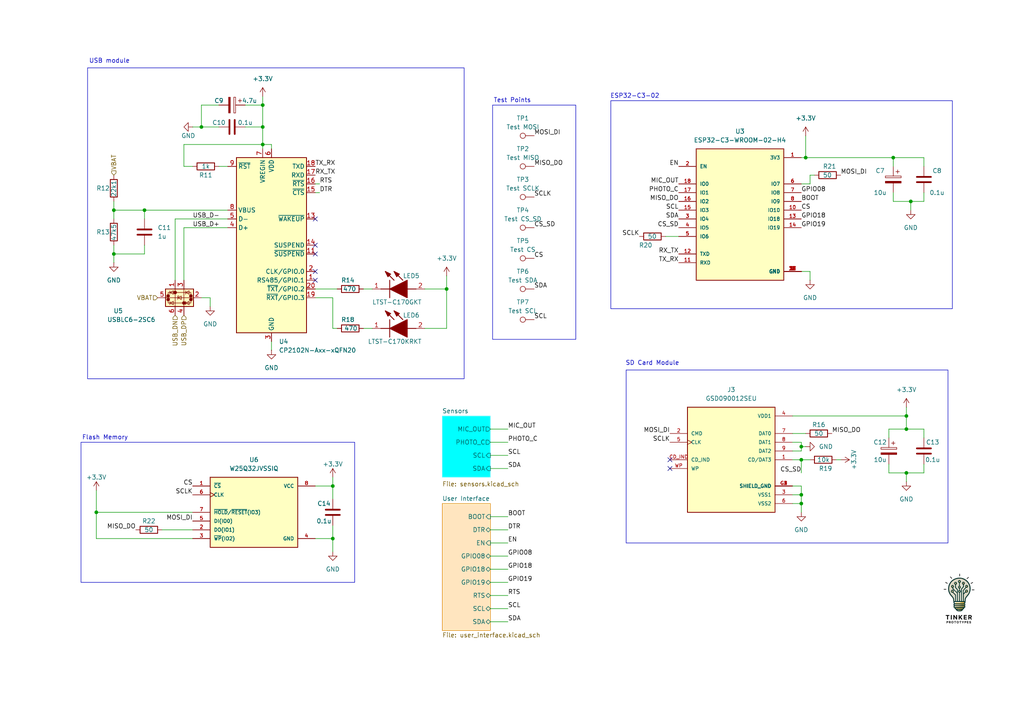
<source format=kicad_sch>
(kicad_sch (version 20250114) (generator "eeschema") (generator_version "9.0")
  (paper "A4")
  (title_block (title "ESP32 - USB Module - Flash Memory - SD Card") (date "2025-05-19") (rev "1") (company "Tinker Prototypes"))
  (lib_symbols
    (symbol "Connector:TestPoint" (pin_numbers (hide yes)) (pin_names (offset 0.762) (hide yes))
      (property "Reference" "TP" (at 0 6.858 0))
      (property "Value" "TestPoint" (at 0 5.08 0))
      (symbol "TestPoint_0_1"
        (circle (center 0 3.302) (radius 0.762))
      )
      (symbol "TestPoint_1_1"
        (pin passive line (at 0 0 90) (length 2.54) (name "1") (number "1"))
      )
    )
    (symbol "Device:C" (pin_numbers (hide yes)) (pin_names (offset 0.254))
      (property "Reference" "C" (at 0.635 2.54 0))
      (property "Value" "C" (at 0.635 -2.54 0))
      (symbol "C_0_1"
        (polyline (pts (xy -2.032 0.762) (xy 2.032 0.762)) (stroke (width 0.508)))
        (polyline (pts (xy -2.032 -0.762) (xy 2.032 -0.762)) (stroke (width 0.508)))
      )
      (symbol "C_1_1"
        (pin passive line (at 0 3.81 270) (length 2.794) (name "~") (number "1"))
        (pin passive line (at 0 -3.81 90) (length 2.794) (name "~") (number "2"))
      )
    )
    (symbol "Device:C_Polarized" (pin_numbers (hide yes)) (pin_names (offset 0.254))
      (property "Reference" "C" (at 0.635 2.54 0))
      (property "Value" "C_Polarized" (at 0.635 -2.54 0))
      (symbol "C_Polarized_0_1"
        (rectangle (start -2.286 0.508) (end 2.286 1.016))
        (polyline (pts (xy -1.778 2.286) (xy -0.762 2.286)))
        (polyline (pts (xy -1.27 2.794) (xy -1.27 1.778)))
        (rectangle (start 2.286 -0.508) (end -2.286 -1.016) (fill (type outline)))
      )
      (symbol "C_Polarized_1_1"
        (pin passive line (at 0 3.81 270) (length 2.794) (name "~") (number "1"))
        (pin passive line (at 0 -3.81 90) (length 2.794) (name "~") (number "2"))
      )
    )
    (symbol "Device:R" (pin_numbers (hide yes)) (pin_names (offset 0))
      (property "Reference" "R" (at 2.032 0 90))
      (property "Value" "R" (at 0 0 90))
      (symbol "R_0_1"
        (rectangle (start -1.016 -2.54) (end 1.016 2.54) (stroke (width 0.254)))
      )
      (symbol "R_1_1"
        (pin passive line (at 0 3.81 270) (length 1.27) (name "~") (number "1"))
        (pin passive line (at 0 -3.81 90) (length 1.27) (name "~") (number "2"))
      )
    )
    (symbol "ESP32-C3-WROOM-02-H4:ESP32-C3-WROOM-02-H4" (pin_names (offset 1.016))
      (property "Reference" "U" (at -12.7 21.082 0))
      (property "Value" "ESP32-C3-WROOM-02-H4" (at -12.7 -18.542 0))
      (symbol "ESP32-C3-WROOM-02-H4_0_0"
        (rectangle (start -12.7 -17.78) (end 12.7 20.32) (stroke (width 0.254)) (fill (type background)))
        (pin input line (at -17.78 15.24 0) (length 5.08) (name "EN") (number "2"))
        (pin bidirectional line (at -17.78 10.16 0) (length 5.08) (name "IO0") (number "18"))
        (pin bidirectional line (at -17.78 7.62 0) (length 5.08) (name "IO1") (number "17"))
        (pin bidirectional line (at -17.78 5.08 0) (length 5.08) (name "IO2") (number "16"))
        (pin bidirectional line (at -17.78 2.54 0) (length 5.08) (name "IO3") (number "15"))
        (pin bidirectional line (at -17.78 0 0) (length 5.08) (name "IO4") (number "3"))
        (pin bidirectional line (at -17.78 -2.54 0) (length 5.08) (name "IO5") (number "4"))
        (pin bidirectional line (at -17.78 -5.08 0) (length 5.08) (name "IO6") (number "5"))
        (pin bidirectional line (at -17.78 -10.16 0) (length 5.08) (name "TXD") (number "12"))
        (pin bidirectional line (at -17.78 -12.7 0) (length 5.08) (name "RXD") (number "11"))
        (pin power_in line (at 17.78 17.78 180) (length 5.08) (name "3V3") (number "1"))
        (pin bidirectional line (at 17.78 10.16 180) (length 5.08) (name "IO7") (number "6"))
        (pin bidirectional line (at 17.78 7.62 180) (length 5.08) (name "IO8") (number "7"))
        (pin bidirectional line (at 17.78 5.08 180) (length 5.08) (name "IO9") (number "8"))
        (pin bidirectional line (at 17.78 2.54 180) (length 5.08) (name "IO10") (number "10"))
        (pin bidirectional line (at 17.78 0 180) (length 5.08) (name "IO18") (number "13"))
        (pin bidirectional line (at 17.78 -2.54 180) (length 5.08) (name "IO19") (number "14"))
        (pin power_in line (at 17.78 -15.24 180) (length 5.08) (name "GND") (number "19"))
        (pin power_in line (at 17.78 -15.24 180) (length 5.08) (name "GND") (number "20"))
        (pin power_in line (at 17.78 -15.24 180) (length 5.08) (name "GND") (number "21"))
        (pin power_in line (at 17.78 -15.24 180) (length 5.08) (name "GND") (number "22"))
        (pin power_in line (at 17.78 -15.24 180) (length 5.08) (name "GND") (number "23"))
        (pin power_in line (at 17.78 -15.24 180) (length 5.08) (name "GND") (number "24"))
        (pin power_in line (at 17.78 -15.24 180) (length 5.08) (name "GND") (number "25"))
        (pin power_in line (at 17.78 -15.24 180) (length 5.08) (name "GND") (number "26"))
        (pin power_in line (at 17.78 -15.24 180) (length 5.08) (name "GND") (number "27"))
        (pin power_in line (at 17.78 -15.24 180) (length 5.08) (name "GND") (number "28"))
        (pin power_in line (at 17.78 -15.24 180) (length 5.08) (name "GND") (number "29"))
        (pin power_in line (at 17.78 -15.24 180) (length 5.08) (name "GND") (number "30"))
        (pin power_in line (at 17.78 -15.24 180) (length 5.08) (name "GND") (number "31"))
        (pin power_in line (at 17.78 -15.24 180) (length 5.08) (name "GND") (number "32"))
        (pin power_in line (at 17.78 -15.24 180) (length 5.08) (name "GND") (number "33"))
        (pin power_in line (at 17.78 -15.24 180) (length 5.08) (name "GND") (number "34"))
        (pin power_in line (at 17.78 -15.24 180) (length 5.08) (name "GND") (number "35"))
        (pin power_in line (at 17.78 -15.24 180) (length 5.08) (name "GND") (number "36"))
        (pin power_in line (at 17.78 -15.24 180) (length 5.08) (name "GND") (number "37"))
        (pin power_in line (at 17.78 -15.24 180) (length 5.08) (name "GND") (number "38"))
        (pin power_in line (at 17.78 -15.24 180) (length 5.08) (name "GND") (number "39"))
        (pin power_in line (at 17.78 -15.24 180) (length 5.08) (name "GND") (number "9"))
      )
    )
    (symbol "GSD090012SEU:GSD090012SEU" (pin_names (offset 1.016))
      (property "Reference" "J" (at -12.7 16.002 0))
      (property "Value" "GSD090012SEU" (at -12.7 -17.78 0))
      (symbol "GSD090012SEU_0_0"
        (rectangle (start -12.7 -15.24) (end 12.7 15.24) (stroke (width 0.254)) (fill (type background)))
        (pin bidirectional line (at -17.78 7.62 0) (length 5.08) (name "CMD") (number "2"))
        (pin bidirectional clock (at -17.78 5.08 0) (length 5.08) (name "CLK") (number "5"))
        (pin passive line (at -17.78 0 0) (length 5.08) (name "CD_IND") (number "CD_IND"))
        (pin passive line (at -17.78 -2.54 0) (length 5.08) (name "WP") (number "WP"))
        (pin power_in line (at 17.78 12.7 180) (length 5.08) (name "VDD1") (number "4"))
        (pin bidirectional line (at 17.78 7.62 180) (length 5.08) (name "DAT0") (number "7"))
        (pin bidirectional line (at 17.78 5.08 180) (length 5.08) (name "DAT1") (number "8"))
        (pin bidirectional line (at 17.78 2.54 180) (length 5.08) (name "DAT2") (number "9"))
        (pin bidirectional line (at 17.78 0 180) (length 5.08) (name "CD/DAT3") (number "1"))
        (pin power_in line (at 17.78 -7.62 180) (length 5.08) (name "SHIELD_GND") (number "G1"))
        (pin power_in line (at 17.78 -7.62 180) (length 5.08) (name "SHIELD_GND") (number "G2"))
        (pin power_in line (at 17.78 -7.62 180) (length 5.08) (name "SHIELD_GND") (number "G3"))
        (pin power_in line (at 17.78 -7.62 180) (length 5.08) (name "SHIELD_GND") (number "G4"))
        (pin power_in line (at 17.78 -10.16 180) (length 5.08) (name "VSS1") (number "3"))
        (pin power_in line (at 17.78 -12.7 180) (length 5.08) (name "VSS2") (number "6"))
      )
    )
    (symbol "Interface_USB:CP2102N-Axx-xQFN20"
      (property "Reference" "U" (at -8.89 26.67 0))
      (property "Value" "CP2102N-Axx-xQFN20" (at 12.7 26.67 0))
      (symbol "CP2102N-Axx-xQFN20_0_1"
        (rectangle (start -10.16 25.4) (end 10.16 -25.4) (stroke (width 0.254)) (fill (type background)))
      )
      (symbol "CP2102N-Axx-xQFN20_1_1"
        (pin input line (at -12.7 22.86 0) (length 2.54) (name "~{RST}") (number "9"))
        (pin input line (at -12.7 10.16 0) (length 2.54) (name "VBUS") (number "8"))
        (pin bidirectional line (at -12.7 7.62 0) (length 2.54) (name "D-") (number "5"))
        (pin bidirectional line (at -12.7 5.08 0) (length 2.54) (name "D+") (number "4"))
        (pin no_connect line (at -10.16 -22.86 0) (length 2.54) (hide yes) (name "NC") (number "10"))
        (pin power_in line (at -2.54 27.94 270) (length 2.54) (name "VREGIN") (number "7"))
        (pin power_in line (at 0 27.94 270) (length 2.54) (name "VDD") (number "6"))
        (pin passive line (at 0 -27.94 90) (length 2.54) (hide yes) (name "GND") (number "12"))
        (pin passive line (at 0 -27.94 90) (length 2.54) (hide yes) (name "GND") (number "21"))
        (pin power_in line (at 0 -27.94 90) (length 2.54) (name "GND") (number "3"))
        (pin output line (at 12.7 22.86 180) (length 2.54) (name "TXD") (number "18"))
        (pin input line (at 12.7 20.32 180) (length 2.54) (name "RXD") (number "17"))
        (pin output line (at 12.7 17.78 180) (length 2.54) (name "~{RTS}") (number "16"))
        (pin input line (at 12.7 15.24 180) (length 2.54) (name "~{CTS}") (number "15"))
        (pin input line (at 12.7 7.62 180) (length 2.54) (name "~{WAKEUP}") (number "13"))
        (pin output line (at 12.7 0 180) (length 2.54) (name "SUSPEND") (number "14"))
        (pin output line (at 12.7 -2.54 180) (length 2.54) (name "~{SUSPEND}") (number "11"))
        (pin bidirectional line (at 12.7 -7.62 180) (length 2.54) (name "CLK/GPIO.0") (number "2"))
        (pin bidirectional line (at 12.7 -10.16 180) (length 2.54) (name "RS485/GPIO.1") (number "1"))
        (pin bidirectional line (at 12.7 -12.7 180) (length 2.54) (name "~{TXT}/GPIO.2") (number "20"))
        (pin bidirectional line (at 12.7 -15.24 180) (length 2.54) (name "~{RXT}/GPIO.3") (number "19"))
      )
    )
    (symbol "LTST-C170GKT:LTST-C170GKT" (pin_names (hide yes))
      (property "Reference" "LED" (at 12.7 8.89 0))
      (property "Value" "LTST-C170GKT" (at 12.7 6.35 0))
      (symbol "LTST-C170GKT_1_1"
        (polyline (pts (xy 2.54 0) (xy 5.08 0)) (stroke (width 0.254)))
        (polyline (pts (xy 5.08 2.54) (xy 5.08 -2.54)) (stroke (width 0.254)))
        (polyline (pts (xy 5.08 0) (xy 10.16 2.54) (xy 10.16 -2.54) (xy 5.08 0)) (stroke (width 0.254)) (fill (type outline)))
        (polyline (pts (xy 5.334 4.318) (xy 4.572 3.556) (xy 3.81 5.08) (xy 5.334 4.318)) (stroke (width 0.254)) (fill (type outline)))
        (polyline (pts (xy 6.35 2.54) (xy 3.81 5.08)) (stroke (width 0.254)))
        (polyline (pts (xy 7.874 4.318) (xy 7.112 3.556) (xy 6.35 5.08) (xy 7.874 4.318)) (stroke (width 0.254)) (fill (type outline)))
        (polyline (pts (xy 8.89 2.54) (xy 6.35 5.08)) (stroke (width 0.254)))
        (polyline (pts (xy 10.16 0) (xy 12.7 0)) (stroke (width 0.254)))
        (pin passive line (at 0 0 0) (length 2.54) (name "K") (number "1"))
        (pin passive line (at 15.24 0 180) (length 2.54) (name "A") (number "2"))
      )
    )
    (symbol "LTST-C170KRKT:LTST-C170KRKT" (pin_names (hide yes))
      (property "Reference" "LED" (at 12.7 8.89 0))
      (property "Value" "LTST-C170KRKT" (at 12.7 6.35 0))
      (symbol "LTST-C170KRKT_1_1"
        (polyline (pts (xy 2.54 0) (xy 5.08 0)) (stroke (width 0.254)))
        (polyline (pts (xy 5.08 2.54) (xy 5.08 -2.54)) (stroke (width 0.254)))
        (polyline (pts (xy 5.08 0) (xy 10.16 2.54) (xy 10.16 -2.54) (xy 5.08 0)) (stroke (width 0.254)) (fill (type outline)))
        (polyline (pts (xy 5.334 4.318) (xy 4.572 3.556) (xy 3.81 5.08) (xy 5.334 4.318)) (stroke (width 0.254)) (fill (type outline)))
        (polyline (pts (xy 6.35 2.54) (xy 3.81 5.08)) (stroke (width 0.254)))
        (polyline (pts (xy 7.874 4.318) (xy 7.112 3.556) (xy 6.35 5.08) (xy 7.874 4.318)) (stroke (width 0.254)) (fill (type outline)))
        (polyline (pts (xy 8.89 2.54) (xy 6.35 5.08)) (stroke (width 0.254)))
        (polyline (pts (xy 10.16 0) (xy 12.7 0)) (stroke (width 0.254)))
        (pin passive line (at 0 0 0) (length 2.54) (name "K") (number "1"))
        (pin passive line (at 15.24 0 180) (length 2.54) (name "A") (number "2"))
      )
    )
    (symbol "Power_Protection:USBLC6-2SC6" (pin_names (hide yes))
      (property "Reference" "U" (at 0.635 5.715 0))
      (property "Value" "USBLC6-2SC6" (at 0.635 3.81 0))
      (symbol "USBLC6-2SC6_0_0"
        (circle (center -1.524 0) (radius 0.0001) (stroke (width 0.508)))
        (circle (center -0.508 2.032) (radius 0.0001) (stroke (width 0.508)))
        (circle (center -0.508 -4.572) (radius 0.0001) (stroke (width 0.508)))
        (circle (center 0.508 2.032) (radius 0.0001) (stroke (width 0.508)))
        (circle (center 0.508 -4.572) (radius 0.0001) (stroke (width 0.508)))
        (circle (center 1.524 -2.54) (radius 0.0001) (stroke (width 0.508)))
      )
      (symbol "USBLC6-2SC6_0_1"
        (polyline (pts (xy -2.54 0) (xy 2.54 0)))
        (polyline (pts (xy -2.54 -2.54) (xy 2.54 -2.54)))
        (polyline (pts (xy -2.032 0.508) (xy -1.016 0.508) (xy -1.524 1.524) (xy -2.032 0.508)))
        (polyline (pts (xy -2.032 -3.048) (xy -1.016 -3.048)))
        (polyline (pts (xy -1.016 1.524) (xy -2.032 1.524)))
        (polyline (pts (xy -1.016 -4.064) (xy -2.032 -4.064) (xy -1.524 -3.048) (xy -1.016 -4.064)))
        (polyline (pts (xy -0.508 -1.143) (xy -0.508 -0.762) (xy 0.508 -0.762)))
        (polyline (pts (xy 0 2.54) (xy -0.508 2.032) (xy 0.508 2.032) (xy 0 1.524) (xy 0 -4.064) (xy -0.508 -4.572) (xy 0.508 -4.572) (xy 0 -5.08)))
        (polyline (pts (xy 0.508 -1.778) (xy -0.508 -1.778) (xy 0 -0.762) (xy 0.508 -1.778)))
        (polyline (pts (xy 1.016 1.524) (xy 2.032 1.524)))
        (polyline (pts (xy 1.016 -3.048) (xy 2.032 -3.048)))
        (polyline (pts (xy 2.032 0.508) (xy 1.016 0.508) (xy 1.524 1.524) (xy 2.032 0.508)))
        (polyline (pts (xy 2.032 -4.064) (xy 1.016 -4.064) (xy 1.524 -3.048) (xy 2.032 -4.064)))
      )
      (symbol "USBLC6-2SC6_1_1"
        (rectangle (start -2.54 2.794) (end 2.54 -5.334) (stroke (width 0.254)) (fill (type background)))
        (polyline (pts (xy -0.508 2.032) (xy -1.524 2.032) (xy -1.524 -4.572) (xy -0.508 -4.572)))
        (polyline (pts (xy 0.508 -4.572) (xy 1.524 -4.572) (xy 1.524 2.032) (xy 0.508 2.032)))
        (pin passive line (at -5.08 0 0) (length 2.54) (name "I/O1") (number "1"))
        (pin passive line (at -5.08 -2.54 0) (length 2.54) (name "I/O2") (number "3"))
        (pin passive line (at 0 5.08 270) (length 2.54) (name "VBUS") (number "5"))
        (pin passive line (at 0 -7.62 90) (length 2.54) (name "GND") (number "2"))
        (pin passive line (at 5.08 0 180) (length 2.54) (name "I/O1") (number "6"))
        (pin passive line (at 5.08 -2.54 180) (length 2.54) (name "I/O2") (number "4"))
      )
    )
    (symbol "W25Q32JVSSIQ:W25Q32JVSSIQ" (pin_names (offset 1.016))
      (property "Reference" "U" (at -12.4723 10.945 0))
      (property "Value" "W25Q32JVSSIQ" (at -12.4744 -12.2198 0))
      (symbol "W25Q32JVSSIQ_0_0"
        (rectangle (start -12.7 -10.16) (end 12.7 10.16) (stroke (width 0.254)) (fill (type background)))
        (pin input line (at -17.78 7.62 0) (length 5.08) (name "~{CS}") (number "1"))
        (pin input clock (at -17.78 5.08 0) (length 5.08) (name "CLK") (number "6"))
        (pin bidirectional line (at -17.78 0 0) (length 5.08) (name "~{HOLD}/~{RESET}(IO3)") (number "7"))
        (pin bidirectional line (at -17.78 -2.54 0) (length 5.08) (name "DI(IO0)") (number "5"))
        (pin bidirectional line (at -17.78 -5.08 0) (length 5.08) (name "DO(IO1)") (number "2"))
        (pin bidirectional line (at -17.78 -7.62 0) (length 5.08) (name "~{WP}(IO2)") (number "3"))
        (pin power_in line (at 17.78 7.62 180) (length 5.08) (name "VCC") (number "8"))
        (pin power_in line (at 17.78 -7.62 180) (length 5.08) (name "GND") (number "4"))
      )
    )
    (symbol "power:+3.3V" (power) (pin_numbers (hide yes)) (pin_names (offset 0) (hide yes))
      (property "Value" "+3.3V" (at 0 3.556 0))
      (symbol "+3.3V_0_1"
        (polyline (pts (xy -0.762 1.27) (xy 0 2.54)))
        (polyline (pts (xy 0 2.54) (xy 0.762 1.27)))
        (polyline (pts (xy 0 0) (xy 0 2.54)))
      )
      (symbol "+3.3V_1_1"
        (pin power_in line (at 0 0 90) (length 0) (name "~") (number "1"))
      )
    )
    (symbol "power:GND" (power) (pin_numbers (hide yes)) (pin_names (offset 0) (hide yes))
      (property "Value" "GND" (at 0 -3.81 0))
      (symbol "GND_0_1"
        (polyline (pts (xy 0 0) (xy 0 -1.27) (xy 1.27 -1.27) (xy 0 -2.54) (xy -1.27 -1.27) (xy 0 -1.27)))
      )
      (symbol "GND_1_1"
        (pin power_in line (at 0 0 270) (length 0) (name "~") (number "1"))
      )
    )
  )
  (rectangle (start 142.875 30.48) (end 167.005 98.425))
  (rectangle (start 181.61 107.315) (end 274.955 157.48))
  (rectangle (start 25.4 19.685) (end 134.62 109.855))
  (rectangle (start 177.165 29.21) (end 276.225 89.535))
  (rectangle (start 23.495 128.27) (end 102.87 168.91))
  (text "Flash Memory" (at 30.48 127 0) (effects (font (size 1.27 1.27))))
  (text "USB module" (at 31.75 17.78 0) (effects (font (size 1.27 1.27))))
  (text "SD Card Module" (at 189.23 105.41 0) (effects (font (size 1.27 1.27))))
  (text "Test Points" (at 148.59 29.21 0) (effects (font (size 1.27 1.27))))
  (text "ESP32-C3-02" (at 184.15 27.94 0) (effects (font (size 1.27 1.27))))
  (junction (at 264.16 58.42))
  (junction (at 233.68 45.72))
  (junction (at 96.52 156.21))
  (junction (at 33.02 60.96))
  (junction (at 232.41 133.35))
  (junction (at 262.89 120.65))
  (junction (at 33.02 73.66))
  (junction (at 232.41 146.05))
  (junction (at 41.91 60.96))
  (junction (at 96.52 140.97))
  (junction (at 76.2 30.48))
  (junction (at 262.89 124.46))
  (junction (at 76.2 41.91))
  (junction (at 27.94 148.59))
  (junction (at 76.2 36.83))
  (junction (at 58.42 36.83))
  (junction (at 262.89 137.16))
  (junction (at 259.08 45.72))
  (junction (at 232.41 129.54))
  (junction (at 232.41 143.51))
  (junction (at 129.54 83.82))
  (no_connect (at 194.31 133.35))
  (no_connect (at 91.44 63.5))
  (no_connect (at 91.44 78.74))
  (no_connect (at 91.44 81.28))
  (no_connect (at 91.44 73.66))
  (no_connect (at 91.44 71.12))
  (no_connect (at 194.31 135.89))
  (wire (pts (xy 257.81 134.62) (xy 257.81 137.16)))
  (wire (pts (xy 123.19 95.25) (xy 129.54 95.25)))
  (wire (pts (xy 96.52 95.25) (xy 97.79 95.25)))
  (wire (pts (xy 55.88 36.83) (xy 58.42 36.83)))
  (wire (pts (xy 41.91 63.5) (xy 41.91 60.96)))
  (wire (pts (xy 267.97 124.46) (xy 262.89 124.46)))
  (wire (pts (xy 229.87 140.97) (xy 232.41 140.97)))
  (wire (pts (xy 50.8 63.5) (xy 66.04 63.5)))
  (wire (pts (xy 229.87 133.35) (xy 232.41 133.35)))
  (wire (pts (xy 92.71 55.88) (xy 91.44 55.88)))
  (wire (pts (xy 71.12 36.83) (xy 76.2 36.83)))
  (wire (pts (xy 142.24 153.67) (xy 147.32 153.67)))
  (wire (pts (xy 259.08 45.72) (xy 259.08 48.26)))
  (wire (pts (xy 76.2 41.91) (xy 53.34 41.91)))
  (wire (pts (xy 262.89 120.65) (xy 262.89 124.46)))
  (wire (pts (xy 78.74 43.18) (xy 78.74 41.91)))
  (wire (pts (xy 264.16 58.42) (xy 264.16 60.96)))
  (wire (pts (xy 259.08 58.42) (xy 264.16 58.42)))
  (wire (pts (xy 76.2 41.91) (xy 76.2 43.18)))
  (wire (pts (xy 129.54 80.01) (xy 129.54 83.82)))
  (wire (pts (xy 267.97 55.88) (xy 267.97 58.42)))
  (wire (pts (xy 92.71 53.34) (xy 91.44 53.34)))
  (wire (pts (xy 71.12 30.48) (xy 76.2 30.48)))
  (wire (pts (xy 96.52 156.21) (xy 96.52 152.4)))
  (wire (pts (xy 229.87 125.73) (xy 233.68 125.73)))
  (wire (pts (xy 232.41 130.81) (xy 229.87 130.81)))
  (wire (pts (xy 41.91 60.96) (xy 66.04 60.96)))
  (wire (pts (xy 262.89 124.46) (xy 257.81 124.46)))
  (wire (pts (xy 96.52 140.97) (xy 96.52 144.78)))
  (wire (pts (xy 232.41 45.72) (xy 233.68 45.72)))
  (wire (pts (xy 232.41 129.54) (xy 233.68 129.54)))
  (wire (pts (xy 267.97 134.62) (xy 267.97 137.16)))
  (wire (pts (xy 53.34 41.91) (xy 53.34 48.26)))
  (wire (pts (xy 259.08 55.88) (xy 259.08 58.42)))
  (wire (pts (xy 142.24 157.48) (xy 147.32 157.48)))
  (wire (pts (xy 63.5 48.26) (xy 66.04 48.26)))
  (wire (pts (xy 46.99 153.67) (xy 55.88 153.67)))
  (wire (pts (xy 262.89 118.11) (xy 262.89 120.65)))
  (wire (pts (xy 267.97 48.26) (xy 267.97 45.72)))
  (wire (pts (xy 234.95 53.34) (xy 234.95 50.8)))
  (wire (pts (xy 53.34 48.26) (xy 55.88 48.26)))
  (wire (pts (xy 41.91 73.66) (xy 33.02 73.66)))
  (wire (pts (xy 58.42 30.48) (xy 58.42 36.83)))
  (wire (pts (xy 105.41 83.82) (xy 107.95 83.82)))
  (wire (pts (xy 105.41 95.25) (xy 107.95 95.25)))
  (wire (pts (xy 267.97 124.46) (xy 267.97 127)))
  (wire (pts (xy 78.74 99.06) (xy 78.74 101.6)))
  (wire (pts (xy 33.02 71.12) (xy 33.02 73.66)))
  (wire (pts (xy 142.24 161.29) (xy 147.32 161.29)))
  (wire (pts (xy 55.88 148.59) (xy 27.94 148.59)))
  (wire (pts (xy 267.97 137.16) (xy 262.89 137.16)))
  (wire (pts (xy 53.34 66.04) (xy 66.04 66.04)))
  (wire (pts (xy 232.41 129.54) (xy 232.41 130.81)))
  (wire (pts (xy 262.89 137.16) (xy 257.81 137.16)))
  (wire (pts (xy 63.5 30.48) (xy 58.42 30.48)))
  (wire (pts (xy 96.52 156.21) (xy 96.52 160.02)))
  (wire (pts (xy 243.84 133.35) (xy 242.57 133.35)))
  (wire (pts (xy 259.08 45.72) (xy 233.68 45.72)))
  (wire (pts (xy 91.44 83.82) (xy 97.79 83.82)))
  (wire (pts (xy 96.52 86.36) (xy 96.52 95.25)))
  (wire (pts (xy 232.41 53.34) (xy 234.95 53.34)))
  (wire (pts (xy 53.34 81.28) (xy 53.34 66.04)))
  (wire (pts (xy 60.96 86.36) (xy 60.96 88.9)))
  (wire (pts (xy 27.94 148.59) (xy 27.94 142.24)))
  (wire (pts (xy 232.41 78.74) (xy 234.95 78.74)))
  (wire (pts (xy 233.68 39.37) (xy 233.68 45.72)))
  (wire (pts (xy 142.24 180.34) (xy 147.32 180.34)))
  (wire (pts (xy 33.02 60.96) (xy 41.91 60.96)))
  (wire (pts (xy 262.89 139.7) (xy 262.89 137.16)))
  (wire (pts (xy 232.41 140.97) (xy 232.41 143.51)))
  (wire (pts (xy 50.8 81.28) (xy 50.8 63.5)))
  (wire (pts (xy 91.44 156.21) (xy 96.52 156.21)))
  (wire (pts (xy 142.24 176.53) (xy 147.32 176.53)))
  (wire (pts (xy 33.02 60.96) (xy 33.02 63.5)))
  (wire (pts (xy 78.74 41.91) (xy 76.2 41.91)))
  (wire (pts (xy 76.2 27.94) (xy 76.2 30.48)))
  (wire (pts (xy 229.87 146.05) (xy 232.41 146.05)))
  (wire (pts (xy 96.52 138.43) (xy 96.52 140.97)))
  (wire (pts (xy 232.41 143.51) (xy 232.41 146.05)))
  (wire (pts (xy 234.95 78.74) (xy 234.95 81.28)))
  (wire (pts (xy 232.41 133.35) (xy 234.95 133.35)))
  (wire (pts (xy 41.91 71.12) (xy 41.91 73.66)))
  (wire (pts (xy 123.19 83.82) (xy 129.54 83.82)))
  (wire (pts (xy 142.24 172.72) (xy 147.32 172.72)))
  (wire (pts (xy 142.24 135.89) (xy 147.32 135.89)))
  (wire (pts (xy 232.41 128.27) (xy 232.41 129.54)))
  (wire (pts (xy 58.42 86.36) (xy 60.96 86.36)))
  (wire (pts (xy 142.24 128.27) (xy 147.32 128.27)))
  (wire (pts (xy 232.41 133.35) (xy 232.41 137.16)))
  (wire (pts (xy 58.42 36.83) (xy 63.5 36.83)))
  (wire (pts (xy 142.24 124.46) (xy 147.32 124.46)))
  (wire (pts (xy 33.02 73.66) (xy 33.02 76.2)))
  (wire (pts (xy 229.87 128.27) (xy 232.41 128.27)))
  (wire (pts (xy 257.81 127) (xy 257.81 124.46)))
  (wire (pts (xy 33.02 58.42) (xy 33.02 60.96)))
  (wire (pts (xy 264.16 58.42) (xy 267.97 58.42)))
  (wire (pts (xy 232.41 146.05) (xy 232.41 148.59)))
  (wire (pts (xy 55.88 156.21) (xy 27.94 156.21)))
  (wire (pts (xy 76.2 30.48) (xy 76.2 36.83)))
  (wire (pts (xy 91.44 86.36) (xy 96.52 86.36)))
  (wire (pts (xy 229.87 143.51) (xy 232.41 143.51)))
  (wire (pts (xy 229.87 120.65) (xy 262.89 120.65)))
  (wire (pts (xy 142.24 168.91) (xy 147.32 168.91)))
  (wire (pts (xy 142.24 165.1) (xy 147.32 165.1)))
  (wire (pts (xy 91.44 140.97) (xy 96.52 140.97)))
  (wire (pts (xy 76.2 36.83) (xy 76.2 41.91)))
  (wire (pts (xy 142.24 149.86) (xy 147.32 149.86)))
  (wire (pts (xy 267.97 45.72) (xy 259.08 45.72)))
  (wire (pts (xy 27.94 156.21) (xy 27.94 148.59)))
  (wire (pts (xy 234.95 50.8) (xy 236.22 50.8)))
  (wire (pts (xy 193.04 68.58) (xy 196.85 68.58)))
  (wire (pts (xy 129.54 83.82) (xy 129.54 95.25)))
  (wire (pts (xy 142.24 132.08) (xy 147.32 132.08)))
  (image (at 278.0812 174.9142) (scale 0.0521171))
  (label "MOSI_DI" (at 243.84 50.8 0))
  (label "MOSI_DI" (at 55.88 151.13 180))
  (label "GPIO18" (at 147.32 165.1 0))
  (label "GPIO08" (at 147.32 161.29 0))
  (label "SDA" (at 147.32 135.89 0))
  (label "SCLK" (at 194.31 128.27 180))
  (label "SCL" (at 154.94 92.71 0))
  (label "CS_SD" (at 196.85 66.04 180))
  (label "MISO_DO" (at 196.85 58.42 180))
  (label "USB_D+" (at 55.88 66.04 0))
  (label "SCLK" (at 154.94 57.15 0))
  (label "RX_TX" (at 196.85 73.66 180))
  (label "SCL" (at 196.85 60.96 180))
  (label "CS_SD" (at 154.94 66.04 0))
  (label "SCLK" (at 55.88 143.51 180))
  (label "BOOT" (at 232.41 58.42 0))
  (label "MISO_DO" (at 154.94 48.26 0))
  (label "PHOTO_C" (at 147.32 128.27 0))
  (label "MIC_OUT" (at 147.32 124.46 0))
  (label "SDA" (at 154.94 83.82 0))
  (label "GPIO19" (at 232.41 66.04 0))
  (label "GPIO08" (at 232.41 55.88 0))
  (label "GPIO19" (at 147.32 168.91 0))
  (label "TX_RX" (at 91.44 48.26 0))
  (label "MIC_OUT" (at 196.85 53.34 180))
  (label "CS" (at 55.88 140.97 180))
  (label "MOSI_DI" (at 154.94 39.37 0))
  (label "SCL" (at 147.32 176.53 0))
  (label "BOOT" (at 147.32 149.86 0))
  (label "RX_TX" (at 91.44 50.8 0))
  (label "SDA" (at 147.32 180.34 0))
  (label "MISO_DO" (at 39.37 153.67 180))
  (label "USB_D-" (at 55.88 63.5 0))
  (label "MISO_DO" (at 241.3 125.73 0))
  (label "GPIO18" (at 232.41 63.5 0))
  (label "PHOTO_C" (at 196.85 55.88 180))
  (label "CS_SD" (at 232.41 137.16 180))
  (label "TX_RX" (at 196.85 76.2 180))
  (label "RTS" (at 147.32 172.72 0))
  (label "CS" (at 154.94 74.93 0))
  (label "EN" (at 196.85 48.26 180))
  (label "SCLK" (at 185.42 68.58 180))
  (label "EN" (at 147.32 157.48 0))
  (label "DTR" (at 92.71 55.88 0))
  (label "DTR" (at 147.32 153.67 0))
  (label "SDA" (at 196.85 63.5 180))
  (label "MOSI_DI" (at 194.31 125.73 180))
  (label "RTS" (at 92.71 53.34 0))
  (label "CS" (at 232.41 60.96 0))
  (label "SCL" (at 147.32 132.08 0))
  (hierarchical_label "VBAT" (shape input) (at 33.02 50.8 90))
  (hierarchical_label "USB_DP" (shape input) (at 53.34 91.44 270))
  (hierarchical_label "USB_DN" (shape input) (at 50.8 91.44 270))
  (hierarchical_label "VBAT" (shape input) (at 45.72 86.36 180))
  (symbol (lib_id "Device:R") (at 59.69 48.26 90) (unit 1)
    (property "Reference" "R11" (at 59.69 50.8 90))
    (property "Value" "1k" (at 59.69 48.26 90))
    (property "Footprint" "Resistor_SMD:R_0805_2012Metric_Pad1.20x1.40mm_HandSolder" (effects (hide yes)))
    (property "Description" "Resistor" (effects (hide yes)))
  )
  (symbol (lib_id "power:GND") (at 96.52 160.02 0) (unit 1)
    (property "Reference" "#PWR039" (effects (hide yes)))
    (property "Value" "GND" (at 96.52 165.1 0))
    (property "Description" "Power symbol creates a global label with name \"GND\" , ground" (effects (hide yes)))
  )
  (symbol (lib_id "Device:R") (at 33.02 54.61 180) (unit 1)
    (property "Reference" "R12" (at 27.94 54.61 0) (effects (justify right)))
    (property "Value" "22k1" (at 33.02 57.15 90) (effects (justify right)))
    (property "Footprint" "Resistor_SMD:R_0805_2012Metric_Pad1.20x1.40mm_HandSolder" (effects (hide yes)))
    (property "Description" "Resistor" (effects (hide yes)))
  )
  (symbol (lib_id "Connector:TestPoint") (at 154.94 66.04 90) (unit 1)
    (property "Reference" "TP4" (at 151.638 60.96 90))
    (property "Value" "Test CS_SD" (at 151.638 63.5 90))
    (property "Footprint" "TestPoint:TestPoint_Pad_1.0x1.0mm" (effects (hide yes)))
    (property "Description" "test point" (effects (hide yes)))
  )
  (symbol (lib_id "LTST-C170KRKT:LTST-C170KRKT") (at 107.95 95.25 0) (unit 1)
    (property "Reference" "LED6" (at 116.84 91.44 0) (effects (justify left)))
    (property "Value" "LTST-C170KRKT" (at 106.68 99.06 0) (effects (justify left)))
    (property "Footprint" "ESP32 Project Libraries:LEDC2012X120N" (effects (hide yes)))
    (property "Datasheet" "https://componentsearchengine.com/Datasheets/1/LTST-C170KRKT.pdf" (effects (hide yes)))
    (property "Description" "Standard LEDs - SMD Red Clear 631nm" (effects (hide yes)))
    (property "Height" "1.2" (effects (hide yes)))
    (property "Manufacturer_Name" "Lite-On" (effects (hide yes)))
    (property "Manufacturer_Part_Number" "LTST-C170KRKT" (effects (hide yes)))
    (property "Mouser Part Number" "859-LTST-C170KRKT" (effects (hide yes)))
    (property "Mouser Price/Stock" "https://www.mouser.co.uk/ProductDetail/Lite-On/LTST-C170KRKT?qs=NUb82WqeCyrVOID%2Fxt4rgA%3D%3D" (effects (hide yes)))
    (property "Arrow Part Number" "LTST-C170KRKT" (effects (hide yes)))
    (property "Arrow Price/Stock" "https://www.arrow.com/en/products/ltst-c170krkt/lite-on-technology?utm_currency=USD&region=nac" (effects (hide yes)))
  )
  (symbol (lib_id "power:+3.3V") (at 76.2 27.94 0) (unit 1)
    (property "Reference" "#PWR029" (effects (hide yes)))
    (property "Value" "+3.3V" (at 76.2 22.86 0))
    (property "Description" "Power symbol creates a global label with name \"+3.3V\"" (effects (hide yes)))
  )
  (symbol (lib_id "Connector:TestPoint") (at 154.94 48.26 90) (unit 1)
    (property "Reference" "TP2" (at 151.638 43.18 90))
    (property "Value" "Test MISO" (at 151.638 45.72 90))
    (property "Footprint" "TestPoint:TestPoint_Pad_1.0x1.0mm" (effects (hide yes)))
    (property "Description" "test point" (effects (hide yes)))
  )
  (symbol (lib_id "power:+3.3V") (at 129.54 80.01 0) (unit 1)
    (property "Reference" "#PWR030" (effects (hide yes)))
    (property "Value" "+3.3V" (at 129.54 74.93 0))
    (property "Description" "Power symbol creates a global label with name \"+3.3V\"" (effects (hide yes)))
  )
  (symbol (lib_id "Interface_USB:CP2102N-Axx-xQFN20") (at 78.74 71.12 0) (unit 1)
    (property "Reference" "U4" (at 80.8833 99.06 0) (effects (justify left)))
    (property "Value" "CP2102N-Axx-xQFN20" (at 80.8833 101.6 0) (effects (justify left)))
    (property "Footprint" "Package_DFN_QFN:SiliconLabs_QFN-20-1EP_3x3mm_P0.5mm_EP1.8x1.8mm" (effects (hide yes)))
    (property "Datasheet" "https://www.silabs.com/documents/public/data-sheets/cp2102n-datasheet.pdf" (effects (hide yes)))
    (property "Description" "USB to UART master bridge, QFN-20" (effects (hide yes)))
  )
  (symbol (lib_id "power:+3.3V") (at 233.68 39.37 0) (unit 1)
    (property "Reference" "#PWR032" (effects (hide yes)))
    (property "Value" "+3.3V" (at 233.68 34.29 0))
    (property "Description" "Power symbol creates a global label with name \"+3.3V\"" (effects (hide yes)))
  )
  (symbol (lib_id "Device:C_Polarized") (at 67.31 30.48 270) (unit 1)
    (property "Reference" "C9" (at 63.5 29.21 90))
    (property "Value" "4.7u" (at 72.39 29.21 90))
    (property "Footprint" "Capacitor_Tantalum_SMD:CP_EIA-3216-10_Kemet-I_HandSolder" (effects (hide yes)))
    (property "Description" "Polarized capacitor" (effects (hide yes)))
  )
  (symbol (lib_id "GSD090012SEU:GSD090012SEU") (at 212.09 133.35 0) (unit 1)
    (property "Reference" "J3" (at 212.09 113.03 0))
    (property "Value" "GSD090012SEU" (at 212.09 115.57 0))
    (property "Footprint" "ESP32 Project Libraries:AMPHENOL_GSD090012SEU" (effects (hide yes)))
    (property "MF" "Amphenol" (effects (hide yes)))
    (property "MAXIMUM_PACKAGE_HEIGHT" "2.95mm" (effects (hide yes)))
    (property "Package" "None" (effects (hide yes)))
    (property "Price" "None" (effects (hide yes)))
    (property "Check_prices" "https://www.snapeda.com/parts/GSD090012SEU/Amphenol/view-part/?ref=eda" (effects (hide yes)))
    (property "STANDARD" "Manufacturer Recommendations" (effects (hide yes)))
    (property "PARTREV" "E" (effects (hide yes)))
    (property "SnapEDA_Link" "https://www.snapeda.com/parts/GSD090012SEU/Amphenol/view-part/?ref=snap" (effects (hide yes)))
    (property "MP" "GSD090012SEU" (effects (hide yes)))
    (property "Description_1" "Micro SD and SD Card Sockets, Input Output Connectors, SD Socket,9 Position,SMT" (effects (hide yes)))
    (property "Availability" "In Stock" (effects (hide yes)))
    (property "MANUFACTURER" "Amphenol" (effects (hide yes)))
  )
  (symbol (lib_id "Connector:TestPoint") (at 154.94 74.93 90) (unit 1)
    (property "Reference" "TP5" (at 151.638 69.85 90))
    (property "Value" "Test CS" (at 151.638 72.39 90))
    (property "Footprint" "TestPoint:TestPoint_Pad_1.0x1.0mm" (effects (hide yes)))
    (property "Description" "test point" (effects (hide yes)))
  )
  (symbol (lib_id "power:+3.3V") (at 27.94 142.24 0) (unit 1)
    (property "Reference" "#PWR041" (effects (hide yes)))
    (property "Value" "+3.3V" (at 27.94 138.43 0))
    (property "Description" "Power symbol creates a global label with name \"+3.3V\"" (effects (hide yes)))
  )
  (symbol (lib_id "Device:R") (at 237.49 125.73 90) (unit 1)
    (property "Reference" "R16" (at 237.49 123.19 90))
    (property "Value" "50" (at 237.49 125.73 90))
    (property "Footprint" "Resistor_SMD:R_0805_2012Metric_Pad1.20x1.40mm_HandSolder" (effects (hide yes)))
    (property "Description" "Resistor" (effects (hide yes)))
  )
  (symbol (lib_id "Device:C") (at 67.31 36.83 90) (unit 1)
    (property "Reference" "C10" (at 63.5 35.56 90))
    (property "Value" "0.1u" (at 71.12 35.56 90))
    (property "Footprint" "Capacitor_SMD:C_0805_2012Metric_Pad1.18x1.45mm_HandSolder" (effects (hide yes)))
    (property "Description" "Unpolarized capacitor" (effects (hide yes)))
  )
  (symbol (lib_id "power:GND") (at 232.41 148.59 0) (unit 1)
    (property "Reference" "#PWR035" (effects (hide yes)))
    (property "Value" "GND" (at 232.41 153.67 0))
    (property "Description" "Power symbol creates a global label with name \"GND\" , ground" (effects (hide yes)))
  )
  (symbol (lib_id "Connector:TestPoint") (at 154.94 83.82 90) (unit 1)
    (property "Reference" "TP6" (at 151.638 78.74 90))
    (property "Value" "Test SDA" (at 151.638 81.28 90))
    (property "Footprint" "TestPoint:TestPoint_Pad_1.0x1.0mm" (effects (hide yes)))
    (property "Description" "test point" (effects (hide yes)))
  )
  (symbol (lib_id "power:+3.3V") (at 243.84 133.35 270) (unit 1)
    (property "Reference" "#PWR034" (effects (hide yes)))
    (property "Value" "+3.3V" (at 247.65 133.35 0))
    (property "Description" "Power symbol creates a global label with name \"+3.3V\"" (effects (hide yes)))
  )
  (symbol (lib_id "power:GND") (at 60.96 88.9 0) (unit 1)
    (property "Reference" "#PWR025" (effects (hide yes)))
    (property "Value" "GND" (at 60.96 93.98 0))
    (property "Description" "Power symbol creates a global label with name \"GND\" , ground" (effects (hide yes)))
  )
  (symbol (lib_id "Device:R") (at 33.02 67.31 180) (unit 1)
    (property "Reference" "R13" (at 27.94 67.31 0) (effects (justify right)))
    (property "Value" "47k5" (at 33.02 69.85 90) (effects (justify right)))
    (property "Footprint" "Resistor_SMD:R_0805_2012Metric_Pad1.20x1.40mm_HandSolder" (effects (hide yes)))
    (property "Description" "Resistor" (effects (hide yes)))
  )
  (symbol (lib_id "power:GND") (at 262.89 139.7 0) (unit 1)
    (property "Reference" "#PWR037" (effects (hide yes)))
    (property "Value" "GND" (at 262.89 144.78 0))
    (property "Description" "Power symbol creates a global label with name \"GND\" , ground" (effects (hide yes)))
  )
  (symbol (lib_id "LTST-C170GKT:LTST-C170GKT") (at 107.95 83.82 0) (unit 1)
    (property "Reference" "LED5" (at 116.84 80.01 0) (effects (justify left)))
    (property "Value" "LTST-C170GKT" (at 107.95 87.63 0) (effects (justify left)))
    (property "Footprint" "ESP32 Project Libraries:LEDC2012X120N" (effects (hide yes)))
    (property "Datasheet" "https://mm.digikey.com/Volume0/opasdata/d220001/medias/docus/895/LTST-C170GKT.pdf" (effects (hide yes)))
    (property "Description" "LED,SMD,0805,Green,6mcd,130deg Lite-On LTST-C170GKT, CHIPLED 0805 Series Green LED, 569 nm 2012 (0805), Rectangle Lens SMD package" (effects (hide yes)))
    (property "Height" "1.2" (effects (hide yes)))
    (property "Manufacturer_Name" "Lite-On" (effects (hide yes)))
    (property "Manufacturer_Part_Number" "LTST-C170GKT" (effects (hide yes)))
    (property "Mouser Part Number" "859-LTST-C170GKT" (effects (hide yes)))
    (property "Mouser Price/Stock" "https://www.mouser.co.uk/ProductDetail/Lite-On/LTST-C170GKT?qs=%2FSqKn2EfXQSV5aRij3YIfQ%3D%3D" (effects (hide yes)))
    (property "Arrow Part Number" "LTST-C170GKT" (effects (hide yes)))
    (property "Arrow Price/Stock" "https://www.arrow.com/en/products/ltst-c170gkt/lite-on-technology?utm_currency=USD&region=nac" (effects (hide yes)))
  )
  (symbol (lib_id "power:GND") (at 264.16 60.96 0) (unit 1)
    (property "Reference" "#PWR033" (effects (hide yes)))
    (property "Value" "GND" (at 264.16 66.04 0))
    (property "Description" "Power symbol creates a global label with name \"GND\" , ground" (effects (hide yes)))
  )
  (symbol (lib_id "Device:R") (at 238.76 133.35 270) (unit 1)
    (property "Reference" "R19" (at 237.49 135.89 90) (effects (justify left)))
    (property "Value" "10k" (at 237.0044 133.35 90) (effects (justify left)))
    (property "Footprint" "Resistor_SMD:R_0805_2012Metric_Pad1.20x1.40mm_HandSolder" (effects (hide yes)))
    (property "Description" "Resistor" (effects (hide yes)))
  )
  (symbol (lib_id "power:GND") (at 55.88 36.83 270) (unit 1)
    (property "Reference" "#PWR028" (effects (hide yes)))
    (property "Value" "GND" (at 54.61 39.37 90))
    (property "Description" "Power symbol creates a global label with name \"GND\" , ground" (effects (hide yes)))
  )
  (symbol (lib_id "Connector:TestPoint") (at 154.94 39.37 90) (unit 1)
    (property "Reference" "TP1" (at 151.638 34.29 90))
    (property "Value" "Test MOSI" (at 151.638 36.83 90))
    (property "Footprint" "TestPoint:TestPoint_Pad_1.0x1.0mm" (effects (hide yes)))
    (property "Description" "test point" (effects (hide yes)))
  )
  (symbol (lib_id "Connector:TestPoint") (at 154.94 92.71 90) (unit 1)
    (property "Reference" "TP7" (at 151.638 87.63 90))
    (property "Value" "Test SCL" (at 151.638 90.17 90))
    (property "Footprint" "TestPoint:TestPoint_Pad_1.0x1.0mm" (effects (hide yes)))
    (property "Description" "test point" (effects (hide yes)))
  )
  (symbol (lib_id "Device:R") (at 101.6 83.82 270) (unit 1)
    (property "Reference" "R14" (at 102.87 81.28 90) (effects (justify right)))
    (property "Value" "470" (at 103.3139 83.82 90) (effects (justify right)))
    (property "Footprint" "Resistor_SMD:R_0805_2012Metric_Pad1.20x1.40mm_HandSolder" (effects (hide yes)))
    (property "Description" "Resistor" (effects (hide yes)))
  )
  (symbol (lib_id "ESP32-C3-WROOM-02-H4:ESP32-C3-WROOM-02-H4") (at 214.63 63.5 0) (unit 1)
    (property "Reference" "U3" (at 214.63 38.1 0))
    (property "Value" "ESP32-C3-WROOM-02-H4" (at 214.63 40.64 0))
    (property "Footprint" "ESP32 Project Libraries:MODULE_ESP32-C3-WROOM-02-H4" (effects (hide yes)))
    (property "MF" "Espressif Systems" (effects (hide yes)))
    (property "Description_1" "WiFi Modules (802.11) (Engineering Samples) SMD module, ESP32-C3, 4MB SPI flash, PCB antenna, -40 C +105 C" (effects (hide yes)))
    (property "Package" "Package" (effects (hide yes)))
    (property "Price" "None" (effects (hide yes)))
    (property "Check_prices" "https://www.snapeda.com/parts/ESP32-C3-WROOM-02-H4/Espressif+Systems/view-part/?ref=eda" (effects (hide yes)))
    (property "SnapEDA_Link" "https://www.snapeda.com/parts/ESP32-C3-WROOM-02-H4/Espressif+Systems/view-part/?ref=snap" (effects (hide yes)))
    (property "MP" "ESP32-C3-WROOM-02-H4" (effects (hide yes)))
    (property "Availability" "In Stock" (effects (hide yes)))
    (property "Purchase-URL" "https://pricing.snapeda.com/search/part/ESP32-C3-WROOM-02-H4/?ref=eda" (effects (hide yes)))
  )
  (symbol (lib_id "Device:C") (at 41.91 67.31 0) (unit 1)
    (property "Reference" "C11" (at 45.72 66.0399 0) (effects (justify left)))
    (property "Value" "1u" (at 45.72 68.5799 0) (effects (justify left)))
    (property "Footprint" "Capacitor_SMD:C_0805_2012Metric_Pad1.18x1.45mm_HandSolder" (effects (hide yes)))
    (property "Description" "Unpolarized capacitor" (effects (hide yes)))
  )
  (symbol (lib_id "Device:C") (at 267.97 130.81 0) (mirror x) (unit 1)
    (property "Reference" "C13" (at 270.51 128.27 0))
    (property "Value" "0.1u" (at 270.51 133.35 0))
    (property "Footprint" "Capacitor_SMD:C_0805_2012Metric_Pad1.18x1.45mm_HandSolder" (effects (hide yes)))
    (property "Description" "Unpolarized capacitor" (effects (hide yes)))
  )
  (symbol (lib_id "Device:C_Polarized") (at 257.81 130.81 0) (mirror y) (unit 1)
    (property "Reference" "C12" (at 255.27 128.27 0))
    (property "Value" "10u" (at 255.27 133.35 0))
    (property "Footprint" "Capacitor_SMD:C_0805_2012Metric_Pad1.18x1.45mm_HandSolder" (effects (hide yes)))
    (property "Description" "Polarized capacitor" (effects (hide yes)))
  )
  (symbol (lib_id "Device:R") (at 240.03 50.8 270) (unit 1)
    (property "Reference" "R21" (at 242.57 48.26 90) (effects (justify right)))
    (property "Value" "50" (at 241.3 50.8 90) (effects (justify right)))
    (property "Footprint" "Resistor_SMD:R_0805_2012Metric_Pad1.20x1.40mm_HandSolder" (effects (hide yes)))
    (property "Description" "Resistor" (effects (hide yes)))
  )
  (symbol (lib_id "power:GND") (at 233.68 129.54 90) (unit 1)
    (property "Reference" "#PWR036" (effects (hide yes)))
    (property "Value" "GND" (at 237.49 129.5399 90) (effects (justify right)))
    (property "Description" "Power symbol creates a global label with name \"GND\" , ground" (effects (hide yes)))
  )
  (symbol (lib_id "Device:C") (at 96.52 148.59 180) (unit 1)
    (property "Reference" "C14" (at 93.98 146.05 0))
    (property "Value" "0.1u" (at 93.98 151.13 0))
    (property "Footprint" "Capacitor_SMD:C_0805_2012Metric_Pad1.18x1.45mm_HandSolder" (effects (hide yes)))
    (property "Description" "Unpolarized capacitor" (effects (hide yes)))
  )
  (symbol (lib_id "power:GND") (at 33.02 76.2 0) (unit 1)
    (property "Reference" "#PWR027" (effects (hide yes)))
    (property "Value" "GND" (at 33.02 81.28 0))
    (property "Description" "Power symbol creates a global label with name \"GND\" , ground" (effects (hide yes)))
  )
  (symbol (lib_id "Device:R") (at 101.6 95.25 270) (unit 1)
    (property "Reference" "R18" (at 102.87 92.71 90) (effects (justify right)))
    (property "Value" "470" (at 103.6997 95.25 90) (effects (justify right)))
    (property "Footprint" "Resistor_SMD:R_0805_2012Metric_Pad1.20x1.40mm_HandSolder" (effects (hide yes)))
    (property "Description" "Resistor" (effects (hide yes)))
  )
  (symbol (lib_id "Device:R") (at 189.23 68.58 270) (unit 1)
    (property "Reference" "R20" (at 189.23 71.12 90) (effects (justify right)))
    (property "Value" "50" (at 190.5 68.58 90) (effects (justify right)))
    (property "Footprint" "Resistor_SMD:R_0805_2012Metric_Pad1.20x1.40mm_HandSolder" (effects (hide yes)))
    (property "Description" "Resistor" (effects (hide yes)))
  )
  (symbol (lib_id "power:GND") (at 78.74 101.6 0) (unit 1)
    (property "Reference" "#PWR026" (effects (hide yes)))
    (property "Value" "GND" (at 78.74 106.68 0))
    (property "Description" "Power symbol creates a global label with name \"GND\" , ground" (effects (hide yes)))
  )
  (symbol (lib_id "W25Q32JVSSIQ:W25Q32JVSSIQ") (at 73.66 148.59 0) (unit 1)
    (property "Reference" "U6" (at 73.66 133.35 0))
    (property "Value" "W25Q32JVSSIQ" (at 73.66 135.89 0))
    (property "Footprint" "ESP32 Project Libraries:SOIC127P790X216-8N" (effects (hide yes)))
    (property "MF" "Winbond" (effects (hide yes)))
    (property "Description_1" "FLASH - NOR Memory IC 32Mb (4M x 8) SPI - Quad I/O 133 MHz 8-SOIC" (effects (hide yes)))
    (property "Package" "SOIC-8 Winbond" (effects (hide yes)))
    (property "Price" "None" (effects (hide yes)))
    (property "SnapEDA_Link" "https://www.snapeda.com/parts/W25Q32JVSSIQ/Winbond+Electronics/view-part/?ref=snap" (effects (hide yes)))
    (property "MP" "W25Q32JVSSIQ" (effects (hide yes)))
    (property "M_PART_NUMBER" "W25QXX" (effects (hide yes)))
    (property "Availability" "In Stock" (effects (hide yes)))
    (property "Check_prices" "https://www.snapeda.com/parts/W25Q32JVSSIQ/Winbond+Electronics/view-part/?ref=eda" (effects (hide yes)))
  )
  (symbol (lib_id "Device:C") (at 267.97 52.07 0) (mirror x) (unit 1)
    (property "Reference" "C8" (at 271.78 49.53 0))
    (property "Value" "0.1u" (at 271.78 55.88 0))
    (property "Footprint" "Capacitor_SMD:C_0805_2012Metric_Pad1.18x1.45mm_HandSolder" (effects (hide yes)))
    (property "Description" "Unpolarized capacitor" (effects (hide yes)))
  )
  (symbol (lib_id "Device:R") (at 43.18 153.67 90) (unit 1)
    (property "Reference" "R22" (at 43.18 151.13 90))
    (property "Value" "50" (at 43.18 153.67 90))
    (property "Footprint" "Resistor_SMD:R_0805_2012Metric_Pad1.20x1.40mm_HandSolder" (effects (hide yes)))
    (property "Description" "Resistor" (effects (hide yes)))
  )
  (symbol (lib_id "Connector:TestPoint") (at 154.94 57.15 90) (unit 1)
    (property "Reference" "TP3" (at 151.638 52.07 90))
    (property "Value" "Test SCLK" (at 151.638 54.61 90))
    (property "Footprint" "TestPoint:TestPoint_Pad_1.0x1.0mm" (effects (hide yes)))
    (property "Description" "test point" (effects (hide yes)))
  )
  (symbol (lib_id "power:GND") (at 234.95 81.28 0) (unit 1)
    (property "Reference" "#PWR031" (effects (hide yes)))
    (property "Value" "GND" (at 234.95 86.36 0))
    (property "Description" "Power symbol creates a global label with name \"GND\" , ground" (effects (hide yes)))
  )
  (symbol (lib_id "power:+3.3V") (at 96.52 138.43 0) (unit 1)
    (property "Reference" "#PWR040" (effects (hide yes)))
    (property "Value" "+3.3V" (at 96.52 134.62 0))
    (property "Description" "Power symbol creates a global label with name \"+3.3V\"" (effects (hide yes)))
  )
  (symbol (lib_id "Power_Protection:USBLC6-2SC6") (at 50.8 86.36 90) (mirror x) (unit 1)
    (property "Reference" "U5" (at 34.29 90.17 90))
    (property "Value" "USBLC6-2SC6" (at 38.1 92.71 90))
    (property "Footprint" "Package_TO_SOT_SMD:SOT-23-6" (effects (hide yes)))
    (property "Datasheet" "https://www.st.com/resource/en/datasheet/usblc6-2.pdf" (effects (hide yes)))
    (property "Description" "Very low capacitance ESD protection diode, 2 data-line, SOT-23-6" (effects (hide yes)))
  )
  (symbol (lib_id "Device:C_Polarized") (at 259.08 52.07 0) (mirror y) (unit 1)
    (property "Reference" "C7" (at 255.27 49.53 0))
    (property "Value" "10u" (at 255.27 55.88 0))
    (property "Footprint" "Capacitor_Tantalum_SMD:CP_EIA-3216-10_Kemet-I_HandSolder" (effects (hide yes)))
    (property "Description" "Polarized capacitor" (effects (hide yes)))
  )
  (symbol (lib_id "power:+3.3V") (at 262.89 118.11 0) (unit 1)
    (property "Reference" "#PWR038" (effects (hide yes)))
    (property "Value" "+3.3V" (at 262.89 113.03 0))
    (property "Description" "Power symbol creates a global label with name \"+3.3V\"" (effects (hide yes)))
  )
  (sheet (at 128.27 146.05) (size 13.97 36.83) (stroke (width 0.1524) (color 221 133 0 1)) (fill (color 255 229 191 1.0000))
    (property "Sheetname" "User Interface" (at 128.27 145.3384 0) (effects (justify left bottom)))
    (property "Sheetfile" "user_interface.kicad_sch" (at 128.27 183.4646 0) (effects (justify left top)))
    (pin "BOOT" input (at 142.24 149.86 0))
    (pin "DTR" bidirectional (at 142.24 153.67 0))
    (pin "EN" input (at 142.24 157.48 0))
    (pin "GPIO08" bidirectional (at 142.24 161.29 0))
    (pin "GPIO18" bidirectional (at 142.24 165.1 0))
    (pin "GPIO19" bidirectional (at 142.24 168.91 0))
    (pin "RTS" bidirectional (at 142.24 172.72 0))
    (pin "SCL" bidirectional (at 142.24 176.53 0))
    (pin "SDA" bidirectional (at 142.24 180.34 0))
  )
  (sheet (at 128.27 120.65) (size 13.97 17.78) (stroke (width 0.1524) (color 134 246 255 1)) (fill (color 0 255 255 1.0000))
    (property "Sheetname" "Sensors" (at 128.27 119.9384 0) (effects (justify left bottom)))
    (property "Sheetfile" "sensors.kicad_sch" (at 128.27 139.6496 0) (effects (justify left top)))
    (pin "MIC_OUT" output (at 142.24 124.46 0))
    (pin "PHOTO_C" output (at 142.24 128.27 0))
    (pin "SCL" input (at 142.24 132.08 0))
    (pin "SDA" input (at 142.24 135.89 0))
  )
)
</source>
